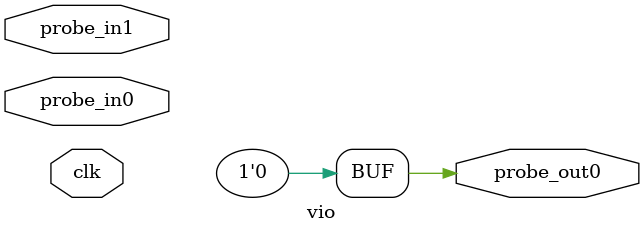
<source format=v>
`timescale 1ns / 1ps
module vio (
clk,
probe_in0,probe_in1,
probe_out0
);

input clk;
input [5 : 0] probe_in0;
input [5 : 0] probe_in1;

output reg [0 : 0] probe_out0 = 'h0 ;


endmodule

</source>
